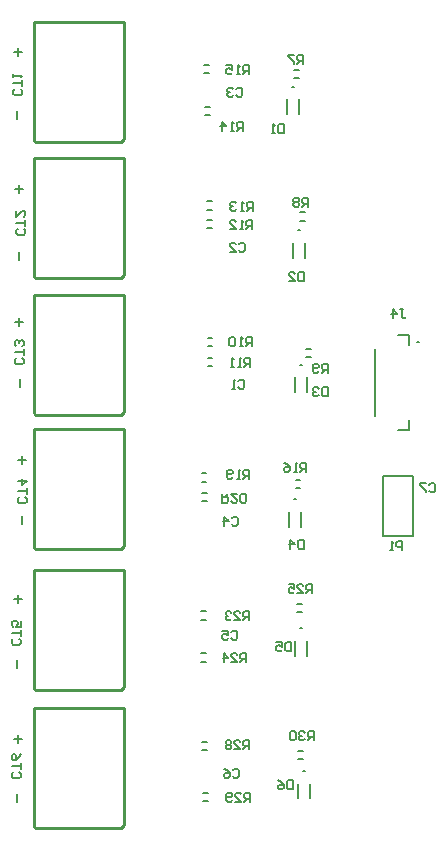
<source format=gbo>
G04*
G04 #@! TF.GenerationSoftware,Altium Limited,Altium Designer,18.1.7 (191)*
G04*
G04 Layer_Color=32896*
%FSLAX25Y25*%
%MOIN*%
G70*
G01*
G75*
%ADD10C,0.00787*%
%ADD11C,0.00500*%
%ADD12C,0.01000*%
%ADD13C,0.00800*%
D10*
X264457Y383543D02*
X263669D01*
X264457D01*
X225551Y288193D02*
X224764D01*
X225551D01*
X226551Y240693D02*
X225764D01*
X226551D01*
X223394Y331193D02*
X222606D01*
X223394D01*
X224894Y420850D02*
X224106D01*
X224894D01*
X222807Y468787D02*
X222020D01*
X222807D01*
X225394Y376106D02*
X224606D01*
X225394D01*
X262500Y319158D02*
Y339158D01*
X252500Y319158D02*
X262500D01*
X252500D02*
Y339158D01*
X262500D01*
X191713Y291122D02*
X193287D01*
X191713Y293878D02*
X193287D01*
X191713Y279878D02*
X193287D01*
X191713Y277122D02*
X193287D01*
X192213Y247622D02*
X193787D01*
X192213Y250378D02*
X193787D01*
X192370Y233378D02*
X193945D01*
X192370Y230622D02*
X193945D01*
X223713Y293622D02*
X225287D01*
X223713Y296378D02*
X225287D01*
X226665Y378622D02*
X228240D01*
X226665Y381378D02*
X228240D01*
X224213Y244622D02*
X225787D01*
X224213Y247378D02*
X225787D01*
X223260Y335035D02*
X224835D01*
X223260Y337791D02*
X224835D01*
X193713Y427779D02*
X195287D01*
X193713Y430535D02*
X195287D01*
X193760Y424287D02*
X195335D01*
X193760Y421531D02*
X195335D01*
X224713Y424122D02*
X226287D01*
X224713Y426878D02*
X226287D01*
X222713Y474378D02*
X224287D01*
X222713Y471622D02*
X224287D01*
X193055Y462012D02*
X194630D01*
X193055Y459256D02*
X194630D01*
X192713Y473303D02*
X194287D01*
X192713Y476059D02*
X194287D01*
X192008Y330622D02*
X193583D01*
X192008Y333378D02*
X193583D01*
X191969Y339878D02*
X193543D01*
X191969Y337122D02*
X193543D01*
X193917Y375622D02*
X195492D01*
X193917Y378378D02*
X195492D01*
X193921Y385177D02*
X195496D01*
X193921Y382421D02*
X195496D01*
D11*
X261209Y354410D02*
Y357756D01*
X257567Y354410D02*
X261209D01*
Y382559D02*
Y385906D01*
X257567D02*
X261209D01*
X249791Y358937D02*
Y381378D01*
X223130Y279020D02*
Y283980D01*
X227185Y279020D02*
Y283980D01*
X224130Y231520D02*
Y236480D01*
X228185Y231520D02*
Y236480D01*
X220972Y322020D02*
Y326980D01*
X225028Y322020D02*
Y326980D01*
X222472Y411677D02*
Y416638D01*
X226528Y411677D02*
Y416638D01*
X220386Y459614D02*
Y464575D01*
X224441Y459614D02*
Y464575D01*
X222972Y366933D02*
Y371894D01*
X227028Y366933D02*
Y371894D01*
X229400Y250900D02*
Y253899D01*
X227901D01*
X227401Y253399D01*
Y252399D01*
X227901Y251900D01*
X229400D01*
X228400D02*
X227401Y250900D01*
X226401Y253399D02*
X225901Y253899D01*
X224902D01*
X224402Y253399D01*
Y252899D01*
X224902Y252399D01*
X225401D01*
X224902D01*
X224402Y251900D01*
Y251400D01*
X224902Y250900D01*
X225901D01*
X226401Y251400D01*
X223402Y253399D02*
X222902Y253899D01*
X221902D01*
X221403Y253399D01*
Y251400D01*
X221902Y250900D01*
X222902D01*
X223402Y251400D01*
Y253399D01*
X208100Y230400D02*
Y233399D01*
X206600D01*
X206101Y232899D01*
Y231899D01*
X206600Y231400D01*
X208100D01*
X207100D02*
X206101Y230400D01*
X203102D02*
X205101D01*
X203102Y232399D01*
Y232899D01*
X203601Y233399D01*
X204601D01*
X205101Y232899D01*
X202102Y230900D02*
X201602Y230400D01*
X200602D01*
X200103Y230900D01*
Y232899D01*
X200602Y233399D01*
X201602D01*
X202102Y232899D01*
Y232399D01*
X201602Y231899D01*
X200103D01*
X207900Y247900D02*
Y250899D01*
X206400D01*
X205901Y250399D01*
Y249399D01*
X206400Y248900D01*
X207900D01*
X206900D02*
X205901Y247900D01*
X202902D02*
X204901D01*
X202902Y249899D01*
Y250399D01*
X203401Y250899D01*
X204401D01*
X204901Y250399D01*
X201902D02*
X201402Y250899D01*
X200402D01*
X199903Y250399D01*
Y249899D01*
X200402Y249399D01*
X199903Y248900D01*
Y248400D01*
X200402Y247900D01*
X201402D01*
X201902Y248400D01*
Y248900D01*
X201402Y249399D01*
X201902Y249899D01*
Y250399D01*
X201402Y249399D02*
X200402D01*
X228900Y299900D02*
Y302899D01*
X227400D01*
X226901Y302399D01*
Y301399D01*
X227400Y300900D01*
X228900D01*
X227900D02*
X226901Y299900D01*
X223902D02*
X225901D01*
X223902Y301899D01*
Y302399D01*
X224401Y302899D01*
X225401D01*
X225901Y302399D01*
X220903Y302899D02*
X222902D01*
Y301399D01*
X221902Y301899D01*
X221402D01*
X220903Y301399D01*
Y300400D01*
X221402Y299900D01*
X222402D01*
X222902Y300400D01*
X206900Y276900D02*
Y279899D01*
X205400D01*
X204901Y279399D01*
Y278399D01*
X205400Y277900D01*
X206900D01*
X205900D02*
X204901Y276900D01*
X201902D02*
X203901D01*
X201902Y278899D01*
Y279399D01*
X202401Y279899D01*
X203401D01*
X203901Y279399D01*
X199402Y276900D02*
Y279899D01*
X200902Y278399D01*
X198903D01*
X207900Y290900D02*
Y293899D01*
X206400D01*
X205901Y293399D01*
Y292400D01*
X206400Y291900D01*
X207900D01*
X206900D02*
X205901Y290900D01*
X202902D02*
X204901D01*
X202902Y292899D01*
Y293399D01*
X203401Y293899D01*
X204401D01*
X204901Y293399D01*
X201902D02*
X201402Y293899D01*
X200402D01*
X199903Y293399D01*
Y292899D01*
X200402Y292400D01*
X200902D01*
X200402D01*
X199903Y291900D01*
Y291400D01*
X200402Y290900D01*
X201402D01*
X201902Y291400D01*
X258900Y314243D02*
Y317242D01*
X257400D01*
X256901Y316742D01*
Y315742D01*
X257400Y315242D01*
X258900D01*
X255901Y314243D02*
X254901D01*
X255401D01*
Y317242D01*
X255901Y316742D01*
X222300Y237557D02*
Y234558D01*
X220800D01*
X220301Y235057D01*
Y237057D01*
X220800Y237557D01*
X222300D01*
X217302D02*
X218301Y237057D01*
X219301Y236057D01*
Y235057D01*
X218801Y234558D01*
X217801D01*
X217302Y235057D01*
Y235557D01*
X217801Y236057D01*
X219301D01*
X221800Y283657D02*
Y280658D01*
X220301D01*
X219801Y281157D01*
Y283157D01*
X220301Y283657D01*
X221800D01*
X216802D02*
X218801D01*
Y282157D01*
X217801Y282657D01*
X217302D01*
X216802Y282157D01*
Y281157D01*
X217302Y280658D01*
X218301D01*
X218801Y281157D01*
X267901Y336100D02*
X268401Y336600D01*
X269400D01*
X269900Y336100D01*
Y334101D01*
X269400Y333601D01*
X268401D01*
X267901Y334101D01*
X266901Y336600D02*
X264902D01*
Y336100D01*
X266901Y334101D01*
Y333601D01*
X202401Y240899D02*
X202901Y241399D01*
X203900D01*
X204400Y240899D01*
Y238900D01*
X203900Y238400D01*
X202901D01*
X202401Y238900D01*
X199402Y241399D02*
X200401Y240899D01*
X201401Y239899D01*
Y238900D01*
X200901Y238400D01*
X199901D01*
X199402Y238900D01*
Y239400D01*
X199901Y239899D01*
X201401D01*
X201901Y286899D02*
X202400Y287399D01*
X203400D01*
X203900Y286899D01*
Y284900D01*
X203400Y284400D01*
X202400D01*
X201901Y284900D01*
X198902Y287399D02*
X200901D01*
Y285899D01*
X199901Y286399D01*
X199401D01*
X198902Y285899D01*
Y284900D01*
X199401Y284400D01*
X200401D01*
X200901Y284900D01*
X198895Y333100D02*
Y330101D01*
X200395D01*
X200895Y330601D01*
Y331600D01*
X200395Y332100D01*
X198895D01*
X199895D02*
X200895Y333100D01*
X203894D02*
X201894D01*
X203894Y331101D01*
Y330601D01*
X203394Y330101D01*
X202394D01*
X201894Y330601D01*
X204893D02*
X205393Y330101D01*
X206393D01*
X206893Y330601D01*
Y332600D01*
X206393Y333100D01*
X205393D01*
X204893Y332600D01*
Y330601D01*
X207900Y338156D02*
Y341155D01*
X206400D01*
X205901Y340655D01*
Y339655D01*
X206400Y339156D01*
X207900D01*
X206900D02*
X205901Y338156D01*
X204901D02*
X203901D01*
X204401D01*
Y341155D01*
X204901Y340655D01*
X202402Y338656D02*
X201902Y338156D01*
X200902D01*
X200402Y338656D01*
Y340655D01*
X200902Y341155D01*
X201902D01*
X202402Y340655D01*
Y340155D01*
X201902Y339655D01*
X200402D01*
X226900Y340400D02*
Y343399D01*
X225400D01*
X224901Y342899D01*
Y341899D01*
X225400Y341400D01*
X226900D01*
X225900D02*
X224901Y340400D01*
X223901D02*
X222901D01*
X223401D01*
Y343399D01*
X223901Y342899D01*
X219402Y343399D02*
X220402Y342899D01*
X221402Y341899D01*
Y340900D01*
X220902Y340400D01*
X219902D01*
X219402Y340900D01*
Y341400D01*
X219902Y341899D01*
X221402D01*
X209057Y427400D02*
Y430399D01*
X207558D01*
X207058Y429899D01*
Y428899D01*
X207558Y428400D01*
X209057D01*
X208058D02*
X207058Y427400D01*
X206058D02*
X205059D01*
X205559D01*
Y430399D01*
X206058Y429899D01*
X203559D02*
X203059Y430399D01*
X202060D01*
X201560Y429899D01*
Y429399D01*
X202060Y428899D01*
X202560D01*
X202060D01*
X201560Y428400D01*
Y427900D01*
X202060Y427400D01*
X203059D01*
X203559Y427900D01*
X208819Y421258D02*
Y424257D01*
X207319D01*
X206820Y423758D01*
Y422758D01*
X207319Y422258D01*
X208819D01*
X207819D02*
X206820Y421258D01*
X205820D02*
X204820D01*
X205320D01*
Y424257D01*
X205820Y423758D01*
X201321Y421258D02*
X203321D01*
X201321Y423258D01*
Y423758D01*
X201821Y424257D01*
X202821D01*
X203321Y423758D01*
X208105Y375463D02*
Y378462D01*
X206605D01*
X206105Y377962D01*
Y376962D01*
X206605Y376463D01*
X208105D01*
X207105D02*
X206105Y375463D01*
X205106D02*
X204106D01*
X204606D01*
Y378462D01*
X205106Y377962D01*
X202607Y375463D02*
X201607D01*
X202107D01*
Y378462D01*
X202607Y377962D01*
X208609Y382199D02*
Y385198D01*
X207109D01*
X206609Y384698D01*
Y383699D01*
X207109Y383199D01*
X208609D01*
X207609D02*
X206609Y382199D01*
X205610D02*
X204610D01*
X205110D01*
Y385198D01*
X205610Y384698D01*
X203110D02*
X202611Y385198D01*
X201611D01*
X201111Y384698D01*
Y382699D01*
X201611Y382199D01*
X202611D01*
X203110Y382699D01*
Y384698D01*
X233947Y373400D02*
Y376399D01*
X232448D01*
X231948Y375899D01*
Y374900D01*
X232448Y374400D01*
X233947D01*
X232948D02*
X231948Y373400D01*
X230948Y373900D02*
X230448Y373400D01*
X229449D01*
X228949Y373900D01*
Y375899D01*
X229449Y376399D01*
X230448D01*
X230948Y375899D01*
Y375399D01*
X230448Y374900D01*
X228949D01*
X227450Y428803D02*
Y431802D01*
X225951D01*
X225451Y431302D01*
Y430302D01*
X225951Y429803D01*
X227450D01*
X226450D02*
X225451Y428803D01*
X224451Y431302D02*
X223951Y431802D01*
X222952D01*
X222452Y431302D01*
Y430802D01*
X222952Y430302D01*
X222452Y429803D01*
Y429303D01*
X222952Y428803D01*
X223951D01*
X224451Y429303D01*
Y429803D01*
X223951Y430302D01*
X224451Y430802D01*
Y431302D01*
X223951Y430302D02*
X222952D01*
X226000Y317799D02*
Y314800D01*
X224500D01*
X224001Y315300D01*
Y317299D01*
X224500Y317799D01*
X226000D01*
X221501Y314800D02*
Y317799D01*
X223001Y316300D01*
X221002D01*
X234044Y368656D02*
Y365657D01*
X232545D01*
X232045Y366157D01*
Y368157D01*
X232545Y368656D01*
X234044D01*
X231045Y368157D02*
X230545Y368656D01*
X229546D01*
X229046Y368157D01*
Y367657D01*
X229546Y367157D01*
X230045D01*
X229546D01*
X229046Y366657D01*
Y366157D01*
X229546Y365657D01*
X230545D01*
X231045Y366157D01*
X226000Y406956D02*
Y403958D01*
X224500D01*
X224001Y404457D01*
Y406457D01*
X224500Y406956D01*
X226000D01*
X221002Y403958D02*
X223001D01*
X221002Y405957D01*
Y406457D01*
X221501Y406956D01*
X222501D01*
X223001Y406457D01*
X202046Y324903D02*
X202546Y325403D01*
X203546D01*
X204046Y324903D01*
Y322904D01*
X203546Y322404D01*
X202546D01*
X202046Y322904D01*
X199547Y322404D02*
Y325403D01*
X201047Y323903D01*
X199047D01*
X204401Y416257D02*
X204901Y416756D01*
X205900D01*
X206400Y416257D01*
Y414257D01*
X205900Y413758D01*
X204901D01*
X204401Y414257D01*
X201402Y413758D02*
X203401D01*
X201402Y415757D01*
Y416257D01*
X201901Y416756D01*
X202901D01*
X203401Y416257D01*
X204133Y370657D02*
X204633Y371157D01*
X205632D01*
X206132Y370657D01*
Y368657D01*
X205632Y368158D01*
X204633D01*
X204133Y368657D01*
X203133Y368158D02*
X202133D01*
X202633D01*
Y371157D01*
X203133Y370657D01*
X207700Y472900D02*
Y475899D01*
X206201D01*
X205701Y475399D01*
Y474400D01*
X206201Y473900D01*
X207700D01*
X206700D02*
X205701Y472900D01*
X204701D02*
X203701D01*
X204201D01*
Y475899D01*
X204701Y475399D01*
X200202Y475899D02*
X202202D01*
Y474400D01*
X201202Y474899D01*
X200702D01*
X200202Y474400D01*
Y473400D01*
X200702Y472900D01*
X201702D01*
X202202Y473400D01*
X205685Y454095D02*
Y457094D01*
X204186D01*
X203686Y456595D01*
Y455595D01*
X204186Y455095D01*
X205685D01*
X204685D02*
X203686Y454095D01*
X202686D02*
X201686D01*
X202186D01*
Y457094D01*
X202686Y456595D01*
X198687Y454095D02*
Y457094D01*
X200187Y455595D01*
X198187D01*
X225900Y476400D02*
Y479399D01*
X224400D01*
X223901Y478899D01*
Y477900D01*
X224400Y477400D01*
X225900D01*
X224900D02*
X223901Y476400D01*
X222901Y479399D02*
X220902D01*
Y478899D01*
X222901Y476900D01*
Y476400D01*
X258101Y394556D02*
X259100D01*
X258600D01*
Y392057D01*
X259100Y391558D01*
X259600D01*
X260100Y392057D01*
X255602Y391558D02*
Y394556D01*
X257101Y393057D01*
X255102D01*
X219357Y456199D02*
Y453200D01*
X217858D01*
X217358Y453700D01*
Y455699D01*
X217858Y456199D01*
X219357D01*
X216358Y453200D02*
X215359D01*
X215859D01*
Y456199D01*
X216358Y455699D01*
X203501Y467899D02*
X204000Y468399D01*
X205000D01*
X205500Y467899D01*
Y465900D01*
X205000Y465400D01*
X204000D01*
X203501Y465900D01*
X202501Y467899D02*
X202001Y468399D01*
X201001D01*
X200502Y467899D01*
Y467399D01*
X201001Y466899D01*
X201501D01*
X201001D01*
X200502Y466400D01*
Y465900D01*
X201001Y465400D01*
X202001D01*
X202501Y465900D01*
D12*
X136000Y222100D02*
Y261600D01*
X136500Y221600D02*
X165000D01*
X166000Y222600D01*
Y261600D01*
X136000D02*
X166000D01*
X136000Y268100D02*
Y307600D01*
X136500Y267600D02*
X165000D01*
X166000Y268600D01*
Y307600D01*
X136000D02*
X166000D01*
X136000Y315100D02*
Y354600D01*
X136500Y314600D02*
X165000D01*
X166000Y315600D01*
Y354600D01*
X136000D02*
X166000D01*
X136000Y360000D02*
Y399500D01*
X136500Y359500D02*
X165000D01*
X166000Y360500D01*
Y399500D01*
X136000D02*
X166000D01*
X136000Y405400D02*
Y444900D01*
X136500Y404900D02*
X165000D01*
X166000Y405900D01*
Y444900D01*
X136000D02*
X166000D01*
X136000Y490500D02*
X166000D01*
Y451500D02*
Y490500D01*
X165000Y450500D02*
X166000Y451500D01*
X136500Y450500D02*
X165000D01*
X136000Y451000D02*
X136500Y450500D01*
X136000Y451000D02*
Y490500D01*
D13*
X132000Y480184D02*
X129334D01*
X130667Y481517D02*
Y478852D01*
X131684Y467999D02*
X132184Y467499D01*
Y466500D01*
X131684Y466000D01*
X129685D01*
X129185Y466500D01*
Y467499D01*
X129685Y467999D01*
X132184Y468999D02*
Y470998D01*
Y469999D01*
X129185D01*
Y471998D02*
Y472998D01*
Y472498D01*
X132184D01*
X131684Y471998D01*
X130499Y458000D02*
Y460666D01*
X132684Y421499D02*
X133184Y420999D01*
Y420000D01*
X132684Y419500D01*
X130685D01*
X130185Y420000D01*
Y420999D01*
X130685Y421499D01*
X133184Y422499D02*
Y424498D01*
Y423499D01*
X130185D01*
Y427497D02*
Y425498D01*
X132184Y427497D01*
X132684D01*
X133184Y426998D01*
Y425998D01*
X132684Y425498D01*
X132500Y434684D02*
X129834D01*
X131167Y436017D02*
Y433352D01*
X130999Y411085D02*
Y413751D01*
X132500Y390499D02*
X129834D01*
X131167Y391832D02*
Y389166D01*
X132184Y378318D02*
X132684Y377818D01*
Y376819D01*
X132184Y376319D01*
X130185D01*
X129685Y376819D01*
Y377818D01*
X130185Y378318D01*
X132684Y379318D02*
Y381317D01*
Y380318D01*
X129685D01*
X132184Y382317D02*
X132684Y382817D01*
Y383817D01*
X132184Y384316D01*
X131684D01*
X131185Y383817D01*
Y383317D01*
Y383817D01*
X130685Y384316D01*
X130185D01*
X129685Y383817D01*
Y382817D01*
X130185Y382317D01*
X131499Y368819D02*
Y371485D01*
X133184Y331976D02*
X133684Y331476D01*
Y330476D01*
X133184Y329976D01*
X131185D01*
X130685Y330476D01*
Y331476D01*
X131185Y331976D01*
X133684Y332975D02*
Y334975D01*
Y333975D01*
X130685D01*
Y337474D02*
X133684D01*
X132185Y335974D01*
Y337974D01*
X133500Y344503D02*
X130834D01*
X132167Y345836D02*
Y343170D01*
X131999Y323134D02*
Y325800D01*
X131184Y284818D02*
X131684Y284318D01*
Y283319D01*
X131184Y282819D01*
X129185D01*
X128685Y283319D01*
Y284318D01*
X129185Y284818D01*
X131684Y285818D02*
Y287817D01*
Y286818D01*
X128685D01*
X131684Y290816D02*
Y288817D01*
X130185D01*
X130684Y289817D01*
Y290317D01*
X130185Y290816D01*
X129185D01*
X128685Y290317D01*
Y289317D01*
X129185Y288817D01*
X132000Y298003D02*
X129334D01*
X130667Y299336D02*
Y296670D01*
X130499Y274976D02*
Y277642D01*
X131184Y240318D02*
X131684Y239818D01*
Y238819D01*
X131184Y238319D01*
X129185D01*
X128685Y238819D01*
Y239818D01*
X129185Y240318D01*
X131684Y241318D02*
Y243317D01*
Y242318D01*
X128685D01*
X131684Y246316D02*
X131184Y245317D01*
X130185Y244317D01*
X129185D01*
X128685Y244817D01*
Y245816D01*
X129185Y246316D01*
X129685D01*
X130185Y245816D01*
Y244317D01*
X132000Y251503D02*
X129334D01*
X130667Y252836D02*
Y250170D01*
X130499Y230476D02*
Y233142D01*
M02*

</source>
